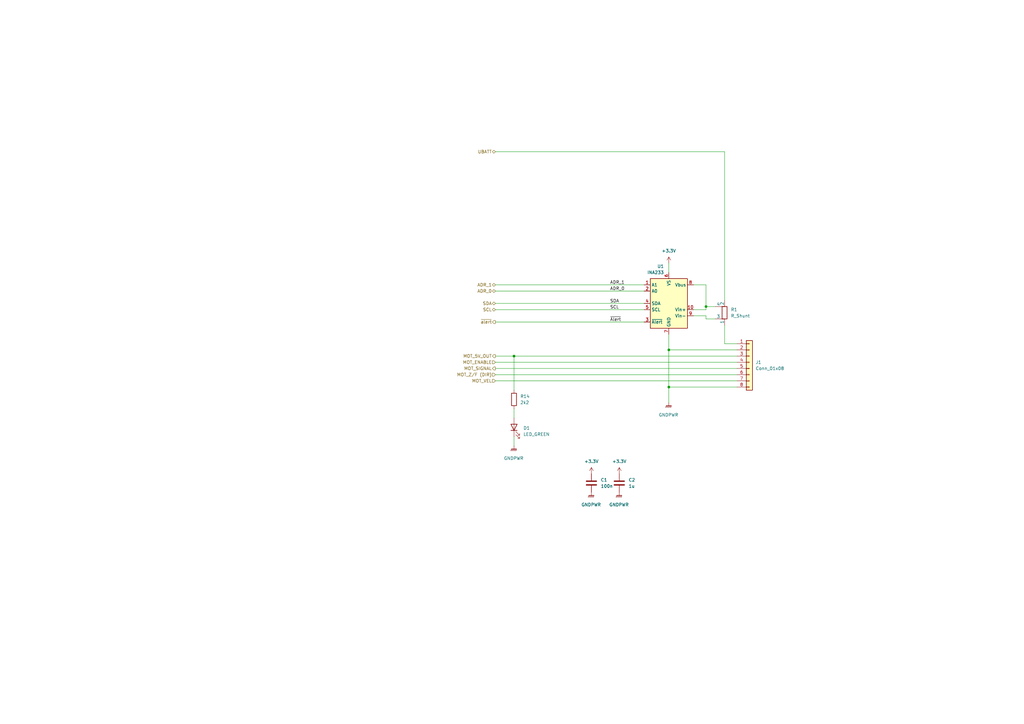
<source format=kicad_sch>
(kicad_sch (version 20211123) (generator eeschema)
  (paper "A3")
  (lib_symbols
    (symbol "Analog_ADC:INA233"
      (property "Reference" "U" (at -6.35 11.43 0))
      (property "Value" "INA233" (at 3.81 11.43 0))
      (symbol "INA233_0_1"
        (rectangle (start 7.62 10.16) (end -7.62 -10.16) (stroke (width 0.254)) (fill (type background)))
      )
      (symbol "INA233_1_1"
        (pin input line (at 10.16 7.62 180) (length 2.54) (name "A1") (number "1"))
        (pin input line (at -10.16 -2.54 0) (length 2.54) (name "Vin+") (number "10"))
        (pin input line (at 10.16 5.08 180) (length 2.54) (name "A0") (number "2"))
        (pin open_collector line (at 10.16 -7.62 180) (length 2.54) (name "~{Alert}") (number "3"))
        (pin bidirectional line (at 10.16 0 180) (length 2.54) (name "SDA") (number "4"))
        (pin input line (at 10.16 -2.54 180) (length 2.54) (name "SCL") (number "5"))
        (pin power_in line (at 0 12.7 270) (length 2.54) (name "VS") (number "6"))
        (pin power_in line (at 0 -12.7 90) (length 2.54) (name "GND") (number "7"))
        (pin input line (at -10.16 7.62 0) (length 2.54) (name "Vbus") (number "8"))
        (pin input line (at -10.16 -5.08 0) (length 2.54) (name "Vin-") (number "9"))
      )
    )
    (symbol "Connector_Generic:Conn_01x08" (pin_names (offset 1.016) hide)
      (property "Reference" "J" (at 0 10.16 0))
      (property "Value" "Conn_01x08" (at 0 -12.7 0))
      (symbol "Conn_01x08_1_1"
        (rectangle (start -1.27 -10.033) (end 0 -10.287) (stroke (width 0.1524)))
        (rectangle (start -1.27 -7.493) (end 0 -7.747) (stroke (width 0.1524)))
        (rectangle (start -1.27 -4.953) (end 0 -5.207) (stroke (width 0.1524)))
        (rectangle (start -1.27 -2.413) (end 0 -2.667) (stroke (width 0.1524)))
        (rectangle (start -1.27 0.127) (end 0 -0.127) (stroke (width 0.1524)))
        (rectangle (start -1.27 2.667) (end 0 2.413) (stroke (width 0.1524)))
        (rectangle (start -1.27 5.207) (end 0 4.953) (stroke (width 0.1524)))
        (rectangle (start -1.27 7.747) (end 0 7.493) (stroke (width 0.1524)))
        (rectangle (start -1.27 8.89) (end 1.27 -11.43) (stroke (width 0.254)) (fill (type background)))
        (pin passive line (at -5.08 7.62 0) (length 3.81) (name "Pin_1") (number "1"))
        (pin passive line (at -5.08 5.08 0) (length 3.81) (name "Pin_2") (number "2"))
        (pin passive line (at -5.08 2.54 0) (length 3.81) (name "Pin_3") (number "3"))
        (pin passive line (at -5.08 0 0) (length 3.81) (name "Pin_4") (number "4"))
        (pin passive line (at -5.08 -2.54 0) (length 3.81) (name "Pin_5") (number "5"))
        (pin passive line (at -5.08 -5.08 0) (length 3.81) (name "Pin_6") (number "6"))
        (pin passive line (at -5.08 -7.62 0) (length 3.81) (name "Pin_7") (number "7"))
        (pin passive line (at -5.08 -10.16 0) (length 3.81) (name "Pin_8") (number "8"))
      )
    )
    (symbol "Device:C" (pin_numbers hide) (pin_names (offset 0.254))
      (property "Reference" "C" (at 0.635 2.54 0))
      (property "Value" "C" (at 0.635 -2.54 0))
      (symbol "C_0_1"
        (polyline (pts (xy -2.032 -0.762) (xy 2.032 -0.762)) (stroke (width 0.508)))
        (polyline (pts (xy -2.032 0.762) (xy 2.032 0.762)) (stroke (width 0.508)))
      )
      (symbol "C_1_1"
        (pin passive line (at 0 3.81 270) (length 2.794) (name "~") (number "1"))
        (pin passive line (at 0 -3.81 90) (length 2.794) (name "~") (number "2"))
      )
    )
    (symbol "Device:LED" (pin_numbers hide) (pin_names (offset 1.016) hide)
      (property "Reference" "D" (at 0 2.54 0))
      (property "Value" "LED" (at 0 -2.54 0))
      (symbol "LED_0_1"
        (polyline (pts (xy -1.27 -1.27) (xy -1.27 1.27)) (stroke (width 0.254)))
        (polyline (pts (xy -1.27 0) (xy 1.27 0)))
        (polyline (pts (xy 1.27 -1.27) (xy 1.27 1.27) (xy -1.27 0) (xy 1.27 -1.27)) (stroke (width 0.254)))
        (polyline (pts (xy -3.048 -0.762) (xy -4.572 -2.286) (xy -3.81 -2.286) (xy -4.572 -2.286) (xy -4.572 -1.524)))
        (polyline (pts (xy -1.778 -0.762) (xy -3.302 -2.286) (xy -2.54 -2.286) (xy -3.302 -2.286) (xy -3.302 -1.524)))
      )
      (symbol "LED_1_1"
        (pin passive line (at -3.81 0 0) (length 2.54) (name "K") (number "1"))
        (pin passive line (at 3.81 0 180) (length 2.54) (name "A") (number "2"))
      )
    )
    (symbol "Device:R" (pin_numbers hide) (pin_names (offset 0))
      (property "Reference" "R" (at 2.032 0 90))
      (property "Value" "R" (at 0 0 90))
      (symbol "R_0_1"
        (rectangle (start -1.016 -2.54) (end 1.016 2.54) (stroke (width 0.254)))
      )
      (symbol "R_1_1"
        (pin passive line (at 0 3.81 270) (length 1.27) (name "~") (number "1"))
        (pin passive line (at 0 -3.81 90) (length 1.27) (name "~") (number "2"))
      )
    )
    (symbol "Device:R_Shunt_Vishay" (pin_numbers hide) (pin_names (offset 0))
      (property "Reference" "R" (at -4.445 0 90))
      (property "Value" "R_Shunt_Vishay" (at -2.54 0 90))
      (symbol "R_Shunt_Vishay_0_1"
        (rectangle (start -1.016 -2.54) (end 1.016 2.54) (stroke (width 0.254)))
        (polyline (pts (xy 0 -2.54) (xy 1.27 -2.54)))
        (polyline (pts (xy 1.27 2.54) (xy 0 2.54)))
      )
      (symbol "R_Shunt_Vishay_1_1"
        (pin passive line (at 0 -5.08 90) (length 2.54) (name "1") (number "1"))
        (pin passive line (at 0 5.08 270) (length 2.54) (name "2") (number "2"))
        (pin passive line (at 3.81 -2.54 180) (length 2.54) (name "3") (number "3"))
        (pin passive line (at 3.81 2.54 180) (length 2.54) (name "4") (number "4"))
      )
    )
    (symbol "power:+3.3V" (power) (pin_names (offset 0))
      (property "Value" "+3.3V" (at 0 3.556 0))
      (symbol "+3.3V_0_1"
        (polyline (pts (xy -0.762 1.27) (xy 0 2.54)))
        (polyline (pts (xy 0 0) (xy 0 2.54)))
        (polyline (pts (xy 0 2.54) (xy 0.762 1.27)))
      )
      (symbol "+3.3V_1_1"
        (pin power_in line (at 0 0 90) (length 0) hide (name "+3.3V") (number "1"))
      )
    )
    (symbol "power:GNDPWR" (power) (pin_names (offset 0))
      (property "Value" "GNDPWR" (at 0 -3.302 0))
      (symbol "GNDPWR_0_1"
        (polyline (pts (xy 0 -1.27) (xy 0 0)))
        (polyline (pts (xy -1.016 -1.27) (xy -1.27 -2.032) (xy -1.27 -2.032)) (stroke (width 0.2032)))
        (polyline (pts (xy -0.508 -1.27) (xy -0.762 -2.032) (xy -0.762 -2.032)) (stroke (width 0.2032)))
        (polyline (pts (xy 0 -1.27) (xy -0.254 -2.032) (xy -0.254 -2.032)) (stroke (width 0.2032)))
        (polyline (pts (xy 0.508 -1.27) (xy 0.254 -2.032) (xy 0.254 -2.032)) (stroke (width 0.2032)))
        (polyline (pts (xy 1.016 -1.27) (xy -1.016 -1.27) (xy -1.016 -1.27)) (stroke (width 0.2032)))
        (polyline (pts (xy 1.016 -1.27) (xy 0.762 -2.032) (xy 0.762 -2.032) (xy 0.762 -2.032)) (stroke (width 0.2032)))
      )
      (symbol "GNDPWR_1_1"
        (pin power_in line (at 0 0 270) (length 0) hide (name "GNDPWR") (number "1"))
      )
    )
  )
  (junction (at 274.32 143.51))
  (junction (at 289.56 125.73))
  (junction (at 210.82 146.05))
  (junction (at 274.32 158.75))
  (wire (pts (xy 302.26 143.51) (xy 274.32 143.51)))
  (wire (pts (xy 203.2 116.84) (xy 264.16 116.84)))
  (wire (pts (xy 289.56 116.84) (xy 284.48 116.84)))
  (wire (pts (xy 274.32 143.51) (xy 274.32 137.16)))
  (wire (pts (xy 289.56 129.54) (xy 289.56 130.81)))
  (wire (pts (xy 203.2 146.05) (xy 210.82 146.05)))
  (wire (pts (xy 203.2 151.13) (xy 302.26 151.13)))
  (wire (pts (xy 289.56 125.73) (xy 289.56 116.84)))
  (wire (pts (xy 293.37 125.73) (xy 289.56 125.73)))
  (wire (pts (xy 274.32 158.75) (xy 302.26 158.75)))
  (wire (pts (xy 284.48 127) (xy 289.56 127)))
  (wire (pts (xy 203.2 62.23) (xy 297.18 62.23)))
  (wire (pts (xy 203.2 124.46) (xy 264.16 124.46)))
  (wire (pts (xy 297.18 140.97) (xy 302.26 140.97)))
  (wire (pts (xy 297.18 133.35) (xy 297.18 140.97)))
  (wire (pts (xy 203.2 148.59) (xy 302.26 148.59)))
  (wire (pts (xy 203.2 127) (xy 264.16 127)))
  (wire (pts (xy 210.82 167.64) (xy 210.82 171.45)))
  (wire (pts (xy 210.82 146.05) (xy 210.82 160.02)))
  (wire (pts (xy 297.18 62.23) (xy 297.18 123.19)))
  (wire (pts (xy 289.56 127) (xy 289.56 125.73)))
  (wire (pts (xy 203.2 132.08) (xy 264.16 132.08)))
  (wire (pts (xy 210.82 146.05) (xy 302.26 146.05)))
  (wire (pts (xy 274.32 158.75) (xy 274.32 165.1)))
  (wire (pts (xy 293.37 130.81) (xy 289.56 130.81)))
  (wire (pts (xy 274.32 143.51) (xy 274.32 158.75)))
  (wire (pts (xy 203.2 119.38) (xy 264.16 119.38)))
  (wire (pts (xy 203.2 153.67) (xy 302.26 153.67)))
  (wire (pts (xy 203.2 156.21) (xy 302.26 156.21)))
  (wire (pts (xy 284.48 129.54) (xy 289.56 129.54)))
  (wire (pts (xy 210.82 179.07) (xy 210.82 182.88)))
  (wire (pts (xy 274.32 107.95) (xy 274.32 111.76)))
  (label "SCL" (at 250.19 127 0))
  (label "ADR_0" (at 250.19 119.38 0))
  (label "SDA" (at 250.19 124.46 0))
  (label "~{Alert}" (at 250.19 132.08 0))
  (label "ADR_1" (at 250.19 116.84 0))
  (hierarchical_label "MOT_VEL" (shape input) (at 203.2 156.21 180))
  (hierarchical_label "UBATT" (shape bidirectional) (at 203.2 62.23 180))
  (hierarchical_label "MOT_Z{slash}F (DIR)" (shape input) (at 203.2 153.67 180))
  (hierarchical_label "ADR_1" (shape bidirectional) (at 203.2 116.84 180))
  (hierarchical_label "SCL" (shape bidirectional) (at 203.2 127 180))
  (hierarchical_label "ADR_0" (shape bidirectional) (at 203.2 119.38 180))
  (hierarchical_label "MOT_5V_OUT" (shape output) (at 203.2 146.05 180))
  (hierarchical_label "SDA" (shape bidirectional) (at 203.2 124.46 180))
  (hierarchical_label "MOT_SIGNAL" (shape output) (at 203.2 151.13 180))
  (hierarchical_label "~{alert}" (shape output) (at 203.2 132.08 180))
  (hierarchical_label "MOT_ENABLE" (shape input) (at 203.2 148.59 180))
  (symbol (lib_id "power:GNDPWR") (at 210.82 182.88 0) (unit 1)
    (property "Reference" "#PWR060" (effects hide))
    (property "Value" "GNDPWR" (at 210.693 187.96 0))
  )
  (symbol (lib_id "Device:LED") (at 210.82 175.26 90) (unit 1)
    (property "Reference" "D1" (at 214.63 175.5774 90) (effects (justify right)))
    (property "Value" "LED_GREEN" (at 214.63 178.1174 90) (effects (justify right)))
    (property "Footprint" "LED_SMD:LED_0603_1608Metric" (effects hide))
  )
  (symbol (lib_id "power:GNDPWR") (at 242.57 201.93 0) (unit 1)
    (property "Reference" "#PWR0114" (effects hide))
    (property "Value" "GNDPWR" (at 242.443 207.01 0))
  )
  (symbol (lib_id "power:GNDPWR") (at 274.32 165.1 0) (unit 1)
    (property "Reference" "#PWR0101" (effects hide))
    (property "Value" "GNDPWR" (at 274.193 170.18 0))
  )
  (symbol (lib_id "power:+3.3V") (at 242.57 194.31 0) (unit 1)
    (property "Reference" "#PWR0115" (effects hide))
    (property "Value" "+3.3V" (at 242.57 189.23 0))
  )
  (symbol (lib_id "Device:R_Shunt_Vishay") (at 297.18 128.27 0) (mirror y) (unit 1)
    (property "Reference" "R1" (at 299.72 126.9999 0) (effects (justify right)))
    (property "Value" "R_Shunt" (at 299.72 129.5399 0) (effects (justify right)))
    (property "Footprint" "Vishay:Y08500R10000F9R" (effects hide))
  )
  (symbol (lib_id "Device:C") (at 254 198.12 0) (unit 1)
    (property "Reference" "C2" (at 257.81 196.8499 0) (effects (justify left)))
    (property "Value" "1u" (at 257.81 199.3899 0) (effects (justify left)))
    (property "Footprint" "Capacitor_SMD:C_0603_1608Metric" (effects hide))
  )
  (symbol (lib_id "power:+3.3V") (at 254 194.31 0) (unit 1)
    (property "Reference" "#PWR0116" (effects hide))
    (property "Value" "+3.3V" (at 254 189.23 0))
  )
  (symbol (lib_id "power:+3.3V") (at 274.32 107.95 0) (unit 1)
    (property "Reference" "#PWR0106" (effects hide))
    (property "Value" "+3.3V" (at 274.32 102.87 0))
  )
  (symbol (lib_id "power:GNDPWR") (at 254 201.93 0) (unit 1)
    (property "Reference" "#PWR0113" (effects hide))
    (property "Value" "GNDPWR" (at 253.873 207.01 0))
  )
  (symbol (lib_id "Device:R") (at 210.82 163.83 0) (unit 1)
    (property "Reference" "R14" (at 213.36 162.5599 0) (effects (justify left)))
    (property "Value" "2k2" (at 213.36 165.0999 0) (effects (justify left)))
    (property "Footprint" "Resistor_SMD:R_0603_1608Metric" (effects hide))
  )
  (symbol (lib_id "Analog_ADC:INA233") (at 274.32 124.46 0) (mirror y) (unit 1)
    (property "Reference" "U1" (at 272.3006 109.22 0) (effects (justify left)))
    (property "Value" "INA233" (at 272.3006 111.76 0) (effects (justify left)))
    (property "Footprint" "Package_SO:VSSOP-10_3x3mm_P0.5mm" (effects hide))
    (property "Datasheet" "https://www.ti.com/lit/ds/symlink/ina233.pdf" (effects hide))
  )
  (symbol (lib_id "Connector_Generic:Conn_01x08") (at 307.34 148.59 0) (unit 1)
    (property "Reference" "J1" (at 309.88 148.5899 0) (effects (justify left)))
    (property "Value" "Conn_01x08" (at 309.88 151.1299 0) (effects (justify left)))
    (property "Footprint" "Connector_JST:JST_XA_B08B-XASK-1-A_1x08_P2.50mm_Vertical" (effects hide))
  )
  (symbol (lib_id "Device:C") (at 242.57 198.12 0) (unit 1)
    (property "Reference" "C1" (at 246.38 196.8499 0) (effects (justify left)))
    (property "Value" "100n" (at 246.38 199.3899 0) (effects (justify left)))
    (property "Footprint" "Capacitor_SMD:C_0603_1608Metric" (effects hide))
  )
)
</source>
